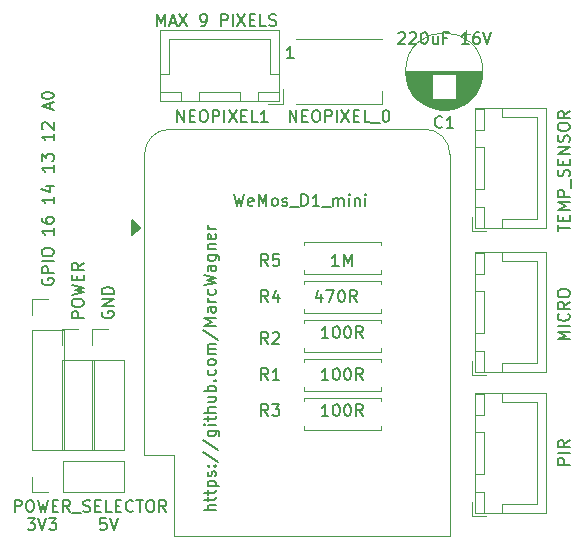
<source format=gto>
G04 #@! TF.GenerationSoftware,KiCad,Pcbnew,5.1.4-e60b266~84~ubuntu18.04.1*
G04 #@! TF.CreationDate,2019-09-03T20:05:05+02:00*
G04 #@! TF.ProjectId,multisensor,6d756c74-6973-4656-9e73-6f722e6b6963,rev?*
G04 #@! TF.SameCoordinates,Original*
G04 #@! TF.FileFunction,Legend,Top*
G04 #@! TF.FilePolarity,Positive*
%FSLAX46Y46*%
G04 Gerber Fmt 4.6, Leading zero omitted, Abs format (unit mm)*
G04 Created by KiCad (PCBNEW 5.1.4-e60b266~84~ubuntu18.04.1) date 2019-09-03 20:05:05*
%MOMM*%
%LPD*%
G04 APERTURE LIST*
%ADD10C,0.150000*%
%ADD11C,0.120000*%
G04 APERTURE END LIST*
D10*
X52888190Y-32456380D02*
X52888190Y-31456380D01*
X53221523Y-32170666D01*
X53554857Y-31456380D01*
X53554857Y-32456380D01*
X53983428Y-32170666D02*
X54459619Y-32170666D01*
X53888190Y-32456380D02*
X54221523Y-31456380D01*
X54554857Y-32456380D01*
X54792952Y-31456380D02*
X55459619Y-32456380D01*
X55459619Y-31456380D02*
X54792952Y-32456380D01*
X56650095Y-32456380D02*
X56840571Y-32456380D01*
X56935809Y-32408761D01*
X56983428Y-32361142D01*
X57078666Y-32218285D01*
X57126285Y-32027809D01*
X57126285Y-31646857D01*
X57078666Y-31551619D01*
X57031047Y-31504000D01*
X56935809Y-31456380D01*
X56745333Y-31456380D01*
X56650095Y-31504000D01*
X56602476Y-31551619D01*
X56554857Y-31646857D01*
X56554857Y-31884952D01*
X56602476Y-31980190D01*
X56650095Y-32027809D01*
X56745333Y-32075428D01*
X56935809Y-32075428D01*
X57031047Y-32027809D01*
X57078666Y-31980190D01*
X57126285Y-31884952D01*
X58316761Y-32456380D02*
X58316761Y-31456380D01*
X58697714Y-31456380D01*
X58792952Y-31504000D01*
X58840571Y-31551619D01*
X58888190Y-31646857D01*
X58888190Y-31789714D01*
X58840571Y-31884952D01*
X58792952Y-31932571D01*
X58697714Y-31980190D01*
X58316761Y-31980190D01*
X59316761Y-32456380D02*
X59316761Y-31456380D01*
X59697714Y-31456380D02*
X60364380Y-32456380D01*
X60364380Y-31456380D02*
X59697714Y-32456380D01*
X60745333Y-31932571D02*
X61078666Y-31932571D01*
X61221523Y-32456380D02*
X60745333Y-32456380D01*
X60745333Y-31456380D01*
X61221523Y-31456380D01*
X62126285Y-32456380D02*
X61650095Y-32456380D01*
X61650095Y-31456380D01*
X62412000Y-32408761D02*
X62554857Y-32456380D01*
X62792952Y-32456380D01*
X62888190Y-32408761D01*
X62935809Y-32361142D01*
X62983428Y-32265904D01*
X62983428Y-32170666D01*
X62935809Y-32075428D01*
X62888190Y-32027809D01*
X62792952Y-31980190D01*
X62602476Y-31932571D01*
X62507238Y-31884952D01*
X62459619Y-31837333D01*
X62412000Y-31742095D01*
X62412000Y-31646857D01*
X62459619Y-31551619D01*
X62507238Y-31504000D01*
X62602476Y-31456380D01*
X62840571Y-31456380D01*
X62983428Y-31504000D01*
X57856380Y-73468000D02*
X56856380Y-73468000D01*
X57856380Y-73039428D02*
X57332571Y-73039428D01*
X57237333Y-73087047D01*
X57189714Y-73182285D01*
X57189714Y-73325142D01*
X57237333Y-73420380D01*
X57284952Y-73468000D01*
X57189714Y-72706095D02*
X57189714Y-72325142D01*
X56856380Y-72563238D02*
X57713523Y-72563238D01*
X57808761Y-72515619D01*
X57856380Y-72420380D01*
X57856380Y-72325142D01*
X57189714Y-72134666D02*
X57189714Y-71753714D01*
X56856380Y-71991809D02*
X57713523Y-71991809D01*
X57808761Y-71944190D01*
X57856380Y-71848952D01*
X57856380Y-71753714D01*
X57189714Y-71420380D02*
X58189714Y-71420380D01*
X57237333Y-71420380D02*
X57189714Y-71325142D01*
X57189714Y-71134666D01*
X57237333Y-71039428D01*
X57284952Y-70991809D01*
X57380190Y-70944190D01*
X57665904Y-70944190D01*
X57761142Y-70991809D01*
X57808761Y-71039428D01*
X57856380Y-71134666D01*
X57856380Y-71325142D01*
X57808761Y-71420380D01*
X57808761Y-70563238D02*
X57856380Y-70468000D01*
X57856380Y-70277523D01*
X57808761Y-70182285D01*
X57713523Y-70134666D01*
X57665904Y-70134666D01*
X57570666Y-70182285D01*
X57523047Y-70277523D01*
X57523047Y-70420380D01*
X57475428Y-70515619D01*
X57380190Y-70563238D01*
X57332571Y-70563238D01*
X57237333Y-70515619D01*
X57189714Y-70420380D01*
X57189714Y-70277523D01*
X57237333Y-70182285D01*
X57761142Y-69706095D02*
X57808761Y-69658476D01*
X57856380Y-69706095D01*
X57808761Y-69753714D01*
X57761142Y-69706095D01*
X57856380Y-69706095D01*
X57237333Y-69706095D02*
X57284952Y-69658476D01*
X57332571Y-69706095D01*
X57284952Y-69753714D01*
X57237333Y-69706095D01*
X57332571Y-69706095D01*
X56808761Y-68515619D02*
X58094476Y-69372761D01*
X56808761Y-67468000D02*
X58094476Y-68325142D01*
X57189714Y-66706095D02*
X57999238Y-66706095D01*
X58094476Y-66753714D01*
X58142095Y-66801333D01*
X58189714Y-66896571D01*
X58189714Y-67039428D01*
X58142095Y-67134666D01*
X57808761Y-66706095D02*
X57856380Y-66801333D01*
X57856380Y-66991809D01*
X57808761Y-67087047D01*
X57761142Y-67134666D01*
X57665904Y-67182285D01*
X57380190Y-67182285D01*
X57284952Y-67134666D01*
X57237333Y-67087047D01*
X57189714Y-66991809D01*
X57189714Y-66801333D01*
X57237333Y-66706095D01*
X57856380Y-66229904D02*
X57189714Y-66229904D01*
X56856380Y-66229904D02*
X56904000Y-66277523D01*
X56951619Y-66229904D01*
X56904000Y-66182285D01*
X56856380Y-66229904D01*
X56951619Y-66229904D01*
X57189714Y-65896571D02*
X57189714Y-65515619D01*
X56856380Y-65753714D02*
X57713523Y-65753714D01*
X57808761Y-65706095D01*
X57856380Y-65610857D01*
X57856380Y-65515619D01*
X57856380Y-65182285D02*
X56856380Y-65182285D01*
X57856380Y-64753714D02*
X57332571Y-64753714D01*
X57237333Y-64801333D01*
X57189714Y-64896571D01*
X57189714Y-65039428D01*
X57237333Y-65134666D01*
X57284952Y-65182285D01*
X57189714Y-63848952D02*
X57856380Y-63848952D01*
X57189714Y-64277523D02*
X57713523Y-64277523D01*
X57808761Y-64229904D01*
X57856380Y-64134666D01*
X57856380Y-63991809D01*
X57808761Y-63896571D01*
X57761142Y-63848952D01*
X57856380Y-63372761D02*
X56856380Y-63372761D01*
X57237333Y-63372761D02*
X57189714Y-63277523D01*
X57189714Y-63087047D01*
X57237333Y-62991809D01*
X57284952Y-62944190D01*
X57380190Y-62896571D01*
X57665904Y-62896571D01*
X57761142Y-62944190D01*
X57808761Y-62991809D01*
X57856380Y-63087047D01*
X57856380Y-63277523D01*
X57808761Y-63372761D01*
X57761142Y-62468000D02*
X57808761Y-62420380D01*
X57856380Y-62468000D01*
X57808761Y-62515619D01*
X57761142Y-62468000D01*
X57856380Y-62468000D01*
X57808761Y-61563238D02*
X57856380Y-61658476D01*
X57856380Y-61848952D01*
X57808761Y-61944190D01*
X57761142Y-61991809D01*
X57665904Y-62039428D01*
X57380190Y-62039428D01*
X57284952Y-61991809D01*
X57237333Y-61944190D01*
X57189714Y-61848952D01*
X57189714Y-61658476D01*
X57237333Y-61563238D01*
X57856380Y-60991809D02*
X57808761Y-61087047D01*
X57761142Y-61134666D01*
X57665904Y-61182285D01*
X57380190Y-61182285D01*
X57284952Y-61134666D01*
X57237333Y-61087047D01*
X57189714Y-60991809D01*
X57189714Y-60848952D01*
X57237333Y-60753714D01*
X57284952Y-60706095D01*
X57380190Y-60658476D01*
X57665904Y-60658476D01*
X57761142Y-60706095D01*
X57808761Y-60753714D01*
X57856380Y-60848952D01*
X57856380Y-60991809D01*
X57856380Y-60229904D02*
X57189714Y-60229904D01*
X57284952Y-60229904D02*
X57237333Y-60182285D01*
X57189714Y-60087047D01*
X57189714Y-59944190D01*
X57237333Y-59848952D01*
X57332571Y-59801333D01*
X57856380Y-59801333D01*
X57332571Y-59801333D02*
X57237333Y-59753714D01*
X57189714Y-59658476D01*
X57189714Y-59515619D01*
X57237333Y-59420380D01*
X57332571Y-59372761D01*
X57856380Y-59372761D01*
X56808761Y-58182285D02*
X58094476Y-59039428D01*
X57856380Y-57848952D02*
X56856380Y-57848952D01*
X57570666Y-57515619D01*
X56856380Y-57182285D01*
X57856380Y-57182285D01*
X57856380Y-56277523D02*
X57332571Y-56277523D01*
X57237333Y-56325142D01*
X57189714Y-56420380D01*
X57189714Y-56610857D01*
X57237333Y-56706095D01*
X57808761Y-56277523D02*
X57856380Y-56372761D01*
X57856380Y-56610857D01*
X57808761Y-56706095D01*
X57713523Y-56753714D01*
X57618285Y-56753714D01*
X57523047Y-56706095D01*
X57475428Y-56610857D01*
X57475428Y-56372761D01*
X57427809Y-56277523D01*
X57856380Y-55801333D02*
X57189714Y-55801333D01*
X57380190Y-55801333D02*
X57284952Y-55753714D01*
X57237333Y-55706095D01*
X57189714Y-55610857D01*
X57189714Y-55515619D01*
X57808761Y-54753714D02*
X57856380Y-54848952D01*
X57856380Y-55039428D01*
X57808761Y-55134666D01*
X57761142Y-55182285D01*
X57665904Y-55229904D01*
X57380190Y-55229904D01*
X57284952Y-55182285D01*
X57237333Y-55134666D01*
X57189714Y-55039428D01*
X57189714Y-54848952D01*
X57237333Y-54753714D01*
X56856380Y-54420380D02*
X57856380Y-54182285D01*
X57142095Y-53991809D01*
X57856380Y-53801333D01*
X56856380Y-53563238D01*
X57856380Y-52753714D02*
X57332571Y-52753714D01*
X57237333Y-52801333D01*
X57189714Y-52896571D01*
X57189714Y-53087047D01*
X57237333Y-53182285D01*
X57808761Y-52753714D02*
X57856380Y-52848952D01*
X57856380Y-53087047D01*
X57808761Y-53182285D01*
X57713523Y-53229904D01*
X57618285Y-53229904D01*
X57523047Y-53182285D01*
X57475428Y-53087047D01*
X57475428Y-52848952D01*
X57427809Y-52753714D01*
X57189714Y-51848952D02*
X57999238Y-51848952D01*
X58094476Y-51896571D01*
X58142095Y-51944190D01*
X58189714Y-52039428D01*
X58189714Y-52182285D01*
X58142095Y-52277523D01*
X57808761Y-51848952D02*
X57856380Y-51944190D01*
X57856380Y-52134666D01*
X57808761Y-52229904D01*
X57761142Y-52277523D01*
X57665904Y-52325142D01*
X57380190Y-52325142D01*
X57284952Y-52277523D01*
X57237333Y-52229904D01*
X57189714Y-52134666D01*
X57189714Y-51944190D01*
X57237333Y-51848952D01*
X57189714Y-51372761D02*
X57856380Y-51372761D01*
X57284952Y-51372761D02*
X57237333Y-51325142D01*
X57189714Y-51229904D01*
X57189714Y-51087047D01*
X57237333Y-50991809D01*
X57332571Y-50944190D01*
X57856380Y-50944190D01*
X57808761Y-50087047D02*
X57856380Y-50182285D01*
X57856380Y-50372761D01*
X57808761Y-50468000D01*
X57713523Y-50515619D01*
X57332571Y-50515619D01*
X57237333Y-50468000D01*
X57189714Y-50372761D01*
X57189714Y-50182285D01*
X57237333Y-50087047D01*
X57332571Y-50039428D01*
X57427809Y-50039428D01*
X57523047Y-50515619D01*
X57856380Y-49610857D02*
X57189714Y-49610857D01*
X57380190Y-49610857D02*
X57284952Y-49563238D01*
X57237333Y-49515619D01*
X57189714Y-49420380D01*
X57189714Y-49325142D01*
X86828380Y-49846857D02*
X86828380Y-49275428D01*
X87828380Y-49561142D02*
X86828380Y-49561142D01*
X87304571Y-48942095D02*
X87304571Y-48608761D01*
X87828380Y-48465904D02*
X87828380Y-48942095D01*
X86828380Y-48942095D01*
X86828380Y-48465904D01*
X87828380Y-48037333D02*
X86828380Y-48037333D01*
X87542666Y-47704000D01*
X86828380Y-47370666D01*
X87828380Y-47370666D01*
X87828380Y-46894476D02*
X86828380Y-46894476D01*
X86828380Y-46513523D01*
X86876000Y-46418285D01*
X86923619Y-46370666D01*
X87018857Y-46323047D01*
X87161714Y-46323047D01*
X87256952Y-46370666D01*
X87304571Y-46418285D01*
X87352190Y-46513523D01*
X87352190Y-46894476D01*
X87923619Y-46132571D02*
X87923619Y-45370666D01*
X87780761Y-45180190D02*
X87828380Y-45037333D01*
X87828380Y-44799238D01*
X87780761Y-44704000D01*
X87733142Y-44656380D01*
X87637904Y-44608761D01*
X87542666Y-44608761D01*
X87447428Y-44656380D01*
X87399809Y-44704000D01*
X87352190Y-44799238D01*
X87304571Y-44989714D01*
X87256952Y-45084952D01*
X87209333Y-45132571D01*
X87114095Y-45180190D01*
X87018857Y-45180190D01*
X86923619Y-45132571D01*
X86876000Y-45084952D01*
X86828380Y-44989714D01*
X86828380Y-44751619D01*
X86876000Y-44608761D01*
X87304571Y-44180190D02*
X87304571Y-43846857D01*
X87828380Y-43704000D02*
X87828380Y-44180190D01*
X86828380Y-44180190D01*
X86828380Y-43704000D01*
X87828380Y-43275428D02*
X86828380Y-43275428D01*
X87828380Y-42704000D01*
X86828380Y-42704000D01*
X87780761Y-42275428D02*
X87828380Y-42132571D01*
X87828380Y-41894476D01*
X87780761Y-41799238D01*
X87733142Y-41751619D01*
X87637904Y-41704000D01*
X87542666Y-41704000D01*
X87447428Y-41751619D01*
X87399809Y-41799238D01*
X87352190Y-41894476D01*
X87304571Y-42084952D01*
X87256952Y-42180190D01*
X87209333Y-42227809D01*
X87114095Y-42275428D01*
X87018857Y-42275428D01*
X86923619Y-42227809D01*
X86876000Y-42180190D01*
X86828380Y-42084952D01*
X86828380Y-41846857D01*
X86876000Y-41704000D01*
X86828380Y-41084952D02*
X86828380Y-40894476D01*
X86876000Y-40799238D01*
X86971238Y-40704000D01*
X87161714Y-40656380D01*
X87495047Y-40656380D01*
X87685523Y-40704000D01*
X87780761Y-40799238D01*
X87828380Y-40894476D01*
X87828380Y-41084952D01*
X87780761Y-41180190D01*
X87685523Y-41275428D01*
X87495047Y-41323047D01*
X87161714Y-41323047D01*
X86971238Y-41275428D01*
X86876000Y-41180190D01*
X86828380Y-41084952D01*
X87828380Y-39656380D02*
X87352190Y-39989714D01*
X87828380Y-40227809D02*
X86828380Y-40227809D01*
X86828380Y-39846857D01*
X86876000Y-39751619D01*
X86923619Y-39704000D01*
X87018857Y-39656380D01*
X87161714Y-39656380D01*
X87256952Y-39704000D01*
X87304571Y-39751619D01*
X87352190Y-39846857D01*
X87352190Y-40227809D01*
X87828380Y-58991238D02*
X86828380Y-58991238D01*
X87542666Y-58657904D01*
X86828380Y-58324571D01*
X87828380Y-58324571D01*
X87828380Y-57848380D02*
X86828380Y-57848380D01*
X87733142Y-56800761D02*
X87780761Y-56848380D01*
X87828380Y-56991238D01*
X87828380Y-57086476D01*
X87780761Y-57229333D01*
X87685523Y-57324571D01*
X87590285Y-57372190D01*
X87399809Y-57419809D01*
X87256952Y-57419809D01*
X87066476Y-57372190D01*
X86971238Y-57324571D01*
X86876000Y-57229333D01*
X86828380Y-57086476D01*
X86828380Y-56991238D01*
X86876000Y-56848380D01*
X86923619Y-56800761D01*
X87828380Y-55800761D02*
X87352190Y-56134095D01*
X87828380Y-56372190D02*
X86828380Y-56372190D01*
X86828380Y-55991238D01*
X86876000Y-55896000D01*
X86923619Y-55848380D01*
X87018857Y-55800761D01*
X87161714Y-55800761D01*
X87256952Y-55848380D01*
X87304571Y-55896000D01*
X87352190Y-55991238D01*
X87352190Y-56372190D01*
X86828380Y-55181714D02*
X86828380Y-54991238D01*
X86876000Y-54896000D01*
X86971238Y-54800761D01*
X87161714Y-54753142D01*
X87495047Y-54753142D01*
X87685523Y-54800761D01*
X87780761Y-54896000D01*
X87828380Y-54991238D01*
X87828380Y-55181714D01*
X87780761Y-55276952D01*
X87685523Y-55372190D01*
X87495047Y-55419809D01*
X87161714Y-55419809D01*
X86971238Y-55372190D01*
X86876000Y-55276952D01*
X86828380Y-55181714D01*
X87828380Y-69580000D02*
X86828380Y-69580000D01*
X86828380Y-69199047D01*
X86876000Y-69103809D01*
X86923619Y-69056190D01*
X87018857Y-69008571D01*
X87161714Y-69008571D01*
X87256952Y-69056190D01*
X87304571Y-69103809D01*
X87352190Y-69199047D01*
X87352190Y-69580000D01*
X87828380Y-68580000D02*
X86828380Y-68580000D01*
X87828380Y-67532380D02*
X87352190Y-67865714D01*
X87828380Y-68103809D02*
X86828380Y-68103809D01*
X86828380Y-67722857D01*
X86876000Y-67627619D01*
X86923619Y-67580000D01*
X87018857Y-67532380D01*
X87161714Y-67532380D01*
X87256952Y-67580000D01*
X87304571Y-67627619D01*
X87352190Y-67722857D01*
X87352190Y-68103809D01*
X43188000Y-53847047D02*
X43140380Y-53942285D01*
X43140380Y-54085142D01*
X43188000Y-54228000D01*
X43283238Y-54323238D01*
X43378476Y-54370857D01*
X43568952Y-54418476D01*
X43711809Y-54418476D01*
X43902285Y-54370857D01*
X43997523Y-54323238D01*
X44092761Y-54228000D01*
X44140380Y-54085142D01*
X44140380Y-53989904D01*
X44092761Y-53847047D01*
X44045142Y-53799428D01*
X43711809Y-53799428D01*
X43711809Y-53989904D01*
X44140380Y-53370857D02*
X43140380Y-53370857D01*
X43140380Y-52989904D01*
X43188000Y-52894666D01*
X43235619Y-52847047D01*
X43330857Y-52799428D01*
X43473714Y-52799428D01*
X43568952Y-52847047D01*
X43616571Y-52894666D01*
X43664190Y-52989904D01*
X43664190Y-53370857D01*
X44140380Y-52370857D02*
X43140380Y-52370857D01*
X43140380Y-51704190D02*
X43140380Y-51513714D01*
X43188000Y-51418476D01*
X43283238Y-51323238D01*
X43473714Y-51275619D01*
X43807047Y-51275619D01*
X43997523Y-51323238D01*
X44092761Y-51418476D01*
X44140380Y-51513714D01*
X44140380Y-51704190D01*
X44092761Y-51799428D01*
X43997523Y-51894666D01*
X43807047Y-51942285D01*
X43473714Y-51942285D01*
X43283238Y-51894666D01*
X43188000Y-51799428D01*
X43140380Y-51704190D01*
X44140380Y-49561333D02*
X44140380Y-50132761D01*
X44140380Y-49847047D02*
X43140380Y-49847047D01*
X43283238Y-49942285D01*
X43378476Y-50037523D01*
X43426095Y-50132761D01*
X43140380Y-48704190D02*
X43140380Y-48894666D01*
X43188000Y-48989904D01*
X43235619Y-49037523D01*
X43378476Y-49132761D01*
X43568952Y-49180380D01*
X43949904Y-49180380D01*
X44045142Y-49132761D01*
X44092761Y-49085142D01*
X44140380Y-48989904D01*
X44140380Y-48799428D01*
X44092761Y-48704190D01*
X44045142Y-48656571D01*
X43949904Y-48608952D01*
X43711809Y-48608952D01*
X43616571Y-48656571D01*
X43568952Y-48704190D01*
X43521333Y-48799428D01*
X43521333Y-48989904D01*
X43568952Y-49085142D01*
X43616571Y-49132761D01*
X43711809Y-49180380D01*
X44140380Y-46894666D02*
X44140380Y-47466095D01*
X44140380Y-47180380D02*
X43140380Y-47180380D01*
X43283238Y-47275619D01*
X43378476Y-47370857D01*
X43426095Y-47466095D01*
X43473714Y-46037523D02*
X44140380Y-46037523D01*
X43092761Y-46275619D02*
X43807047Y-46513714D01*
X43807047Y-45894666D01*
X44140380Y-44228000D02*
X44140380Y-44799428D01*
X44140380Y-44513714D02*
X43140380Y-44513714D01*
X43283238Y-44608952D01*
X43378476Y-44704190D01*
X43426095Y-44799428D01*
X43140380Y-43894666D02*
X43140380Y-43275619D01*
X43521333Y-43608952D01*
X43521333Y-43466095D01*
X43568952Y-43370857D01*
X43616571Y-43323238D01*
X43711809Y-43275619D01*
X43949904Y-43275619D01*
X44045142Y-43323238D01*
X44092761Y-43370857D01*
X44140380Y-43466095D01*
X44140380Y-43751809D01*
X44092761Y-43847047D01*
X44045142Y-43894666D01*
X44140380Y-41561333D02*
X44140380Y-42132761D01*
X44140380Y-41847047D02*
X43140380Y-41847047D01*
X43283238Y-41942285D01*
X43378476Y-42037523D01*
X43426095Y-42132761D01*
X43235619Y-41180380D02*
X43188000Y-41132761D01*
X43140380Y-41037523D01*
X43140380Y-40799428D01*
X43188000Y-40704190D01*
X43235619Y-40656571D01*
X43330857Y-40608952D01*
X43426095Y-40608952D01*
X43568952Y-40656571D01*
X44140380Y-41228000D01*
X44140380Y-40608952D01*
X43854666Y-39466095D02*
X43854666Y-38989904D01*
X44140380Y-39561333D02*
X43140380Y-39228000D01*
X44140380Y-38894666D01*
X43140380Y-38370857D02*
X43140380Y-38275619D01*
X43188000Y-38180380D01*
X43235619Y-38132761D01*
X43330857Y-38085142D01*
X43521333Y-38037523D01*
X43759428Y-38037523D01*
X43949904Y-38085142D01*
X44045142Y-38132761D01*
X44092761Y-38180380D01*
X44140380Y-38275619D01*
X44140380Y-38370857D01*
X44092761Y-38466095D01*
X44045142Y-38513714D01*
X43949904Y-38561333D01*
X43759428Y-38608952D01*
X43521333Y-38608952D01*
X43330857Y-38561333D01*
X43235619Y-38513714D01*
X43188000Y-38466095D01*
X43140380Y-38370857D01*
X48268000Y-56641904D02*
X48220380Y-56737142D01*
X48220380Y-56880000D01*
X48268000Y-57022857D01*
X48363238Y-57118095D01*
X48458476Y-57165714D01*
X48648952Y-57213333D01*
X48791809Y-57213333D01*
X48982285Y-57165714D01*
X49077523Y-57118095D01*
X49172761Y-57022857D01*
X49220380Y-56880000D01*
X49220380Y-56784761D01*
X49172761Y-56641904D01*
X49125142Y-56594285D01*
X48791809Y-56594285D01*
X48791809Y-56784761D01*
X49220380Y-56165714D02*
X48220380Y-56165714D01*
X49220380Y-55594285D01*
X48220380Y-55594285D01*
X49220380Y-55118095D02*
X48220380Y-55118095D01*
X48220380Y-54880000D01*
X48268000Y-54737142D01*
X48363238Y-54641904D01*
X48458476Y-54594285D01*
X48648952Y-54546666D01*
X48791809Y-54546666D01*
X48982285Y-54594285D01*
X49077523Y-54641904D01*
X49172761Y-54737142D01*
X49220380Y-54880000D01*
X49220380Y-55118095D01*
X46680380Y-57173523D02*
X45680380Y-57173523D01*
X45680380Y-56792571D01*
X45728000Y-56697333D01*
X45775619Y-56649714D01*
X45870857Y-56602095D01*
X46013714Y-56602095D01*
X46108952Y-56649714D01*
X46156571Y-56697333D01*
X46204190Y-56792571D01*
X46204190Y-57173523D01*
X45680380Y-55983047D02*
X45680380Y-55792571D01*
X45728000Y-55697333D01*
X45823238Y-55602095D01*
X46013714Y-55554476D01*
X46347047Y-55554476D01*
X46537523Y-55602095D01*
X46632761Y-55697333D01*
X46680380Y-55792571D01*
X46680380Y-55983047D01*
X46632761Y-56078285D01*
X46537523Y-56173523D01*
X46347047Y-56221142D01*
X46013714Y-56221142D01*
X45823238Y-56173523D01*
X45728000Y-56078285D01*
X45680380Y-55983047D01*
X45680380Y-55221142D02*
X46680380Y-54983047D01*
X45966095Y-54792571D01*
X46680380Y-54602095D01*
X45680380Y-54364000D01*
X46156571Y-53983047D02*
X46156571Y-53649714D01*
X46680380Y-53506857D02*
X46680380Y-53983047D01*
X45680380Y-53983047D01*
X45680380Y-53506857D01*
X46680380Y-52506857D02*
X46204190Y-52840190D01*
X46680380Y-53078285D02*
X45680380Y-53078285D01*
X45680380Y-52697333D01*
X45728000Y-52602095D01*
X45775619Y-52554476D01*
X45870857Y-52506857D01*
X46013714Y-52506857D01*
X46108952Y-52554476D01*
X46156571Y-52602095D01*
X46204190Y-52697333D01*
X46204190Y-53078285D01*
X48577523Y-74128380D02*
X48101333Y-74128380D01*
X48053714Y-74604571D01*
X48101333Y-74556952D01*
X48196571Y-74509333D01*
X48434666Y-74509333D01*
X48529904Y-74556952D01*
X48577523Y-74604571D01*
X48625142Y-74699809D01*
X48625142Y-74937904D01*
X48577523Y-75033142D01*
X48529904Y-75080761D01*
X48434666Y-75128380D01*
X48196571Y-75128380D01*
X48101333Y-75080761D01*
X48053714Y-75033142D01*
X48910857Y-74128380D02*
X49244190Y-75128380D01*
X49577523Y-74128380D01*
X41941904Y-74128380D02*
X42560952Y-74128380D01*
X42227619Y-74509333D01*
X42370476Y-74509333D01*
X42465714Y-74556952D01*
X42513333Y-74604571D01*
X42560952Y-74699809D01*
X42560952Y-74937904D01*
X42513333Y-75033142D01*
X42465714Y-75080761D01*
X42370476Y-75128380D01*
X42084761Y-75128380D01*
X41989523Y-75080761D01*
X41941904Y-75033142D01*
X42846666Y-74128380D02*
X43180000Y-75128380D01*
X43513333Y-74128380D01*
X43751428Y-74128380D02*
X44370476Y-74128380D01*
X44037142Y-74509333D01*
X44180000Y-74509333D01*
X44275238Y-74556952D01*
X44322857Y-74604571D01*
X44370476Y-74699809D01*
X44370476Y-74937904D01*
X44322857Y-75033142D01*
X44275238Y-75080761D01*
X44180000Y-75128380D01*
X43894285Y-75128380D01*
X43799047Y-75080761D01*
X43751428Y-75033142D01*
D11*
X80486000Y-36302000D02*
G75*
G03X80486000Y-36302000I-3270000J0D01*
G01*
X80446000Y-36302000D02*
X73986000Y-36302000D01*
X80446000Y-36342000D02*
X73986000Y-36342000D01*
X80446000Y-36382000D02*
X73986000Y-36382000D01*
X80444000Y-36422000D02*
X73988000Y-36422000D01*
X80443000Y-36462000D02*
X73989000Y-36462000D01*
X80440000Y-36502000D02*
X73992000Y-36502000D01*
X80438000Y-36542000D02*
X78256000Y-36542000D01*
X76176000Y-36542000D02*
X73994000Y-36542000D01*
X80434000Y-36582000D02*
X78256000Y-36582000D01*
X76176000Y-36582000D02*
X73998000Y-36582000D01*
X80431000Y-36622000D02*
X78256000Y-36622000D01*
X76176000Y-36622000D02*
X74001000Y-36622000D01*
X80427000Y-36662000D02*
X78256000Y-36662000D01*
X76176000Y-36662000D02*
X74005000Y-36662000D01*
X80422000Y-36702000D02*
X78256000Y-36702000D01*
X76176000Y-36702000D02*
X74010000Y-36702000D01*
X80417000Y-36742000D02*
X78256000Y-36742000D01*
X76176000Y-36742000D02*
X74015000Y-36742000D01*
X80411000Y-36782000D02*
X78256000Y-36782000D01*
X76176000Y-36782000D02*
X74021000Y-36782000D01*
X80405000Y-36822000D02*
X78256000Y-36822000D01*
X76176000Y-36822000D02*
X74027000Y-36822000D01*
X80398000Y-36862000D02*
X78256000Y-36862000D01*
X76176000Y-36862000D02*
X74034000Y-36862000D01*
X80391000Y-36902000D02*
X78256000Y-36902000D01*
X76176000Y-36902000D02*
X74041000Y-36902000D01*
X80383000Y-36942000D02*
X78256000Y-36942000D01*
X76176000Y-36942000D02*
X74049000Y-36942000D01*
X80375000Y-36982000D02*
X78256000Y-36982000D01*
X76176000Y-36982000D02*
X74057000Y-36982000D01*
X80366000Y-37023000D02*
X78256000Y-37023000D01*
X76176000Y-37023000D02*
X74066000Y-37023000D01*
X80357000Y-37063000D02*
X78256000Y-37063000D01*
X76176000Y-37063000D02*
X74075000Y-37063000D01*
X80347000Y-37103000D02*
X78256000Y-37103000D01*
X76176000Y-37103000D02*
X74085000Y-37103000D01*
X80337000Y-37143000D02*
X78256000Y-37143000D01*
X76176000Y-37143000D02*
X74095000Y-37143000D01*
X80326000Y-37183000D02*
X78256000Y-37183000D01*
X76176000Y-37183000D02*
X74106000Y-37183000D01*
X80314000Y-37223000D02*
X78256000Y-37223000D01*
X76176000Y-37223000D02*
X74118000Y-37223000D01*
X80302000Y-37263000D02*
X78256000Y-37263000D01*
X76176000Y-37263000D02*
X74130000Y-37263000D01*
X80290000Y-37303000D02*
X78256000Y-37303000D01*
X76176000Y-37303000D02*
X74142000Y-37303000D01*
X80277000Y-37343000D02*
X78256000Y-37343000D01*
X76176000Y-37343000D02*
X74155000Y-37343000D01*
X80263000Y-37383000D02*
X78256000Y-37383000D01*
X76176000Y-37383000D02*
X74169000Y-37383000D01*
X80249000Y-37423000D02*
X78256000Y-37423000D01*
X76176000Y-37423000D02*
X74183000Y-37423000D01*
X80234000Y-37463000D02*
X78256000Y-37463000D01*
X76176000Y-37463000D02*
X74198000Y-37463000D01*
X80218000Y-37503000D02*
X78256000Y-37503000D01*
X76176000Y-37503000D02*
X74214000Y-37503000D01*
X80202000Y-37543000D02*
X78256000Y-37543000D01*
X76176000Y-37543000D02*
X74230000Y-37543000D01*
X80186000Y-37583000D02*
X78256000Y-37583000D01*
X76176000Y-37583000D02*
X74246000Y-37583000D01*
X80168000Y-37623000D02*
X78256000Y-37623000D01*
X76176000Y-37623000D02*
X74264000Y-37623000D01*
X80150000Y-37663000D02*
X78256000Y-37663000D01*
X76176000Y-37663000D02*
X74282000Y-37663000D01*
X80132000Y-37703000D02*
X78256000Y-37703000D01*
X76176000Y-37703000D02*
X74300000Y-37703000D01*
X80112000Y-37743000D02*
X78256000Y-37743000D01*
X76176000Y-37743000D02*
X74320000Y-37743000D01*
X80092000Y-37783000D02*
X78256000Y-37783000D01*
X76176000Y-37783000D02*
X74340000Y-37783000D01*
X80072000Y-37823000D02*
X78256000Y-37823000D01*
X76176000Y-37823000D02*
X74360000Y-37823000D01*
X80050000Y-37863000D02*
X78256000Y-37863000D01*
X76176000Y-37863000D02*
X74382000Y-37863000D01*
X80028000Y-37903000D02*
X78256000Y-37903000D01*
X76176000Y-37903000D02*
X74404000Y-37903000D01*
X80006000Y-37943000D02*
X78256000Y-37943000D01*
X76176000Y-37943000D02*
X74426000Y-37943000D01*
X79982000Y-37983000D02*
X78256000Y-37983000D01*
X76176000Y-37983000D02*
X74450000Y-37983000D01*
X79958000Y-38023000D02*
X78256000Y-38023000D01*
X76176000Y-38023000D02*
X74474000Y-38023000D01*
X79932000Y-38063000D02*
X78256000Y-38063000D01*
X76176000Y-38063000D02*
X74500000Y-38063000D01*
X79906000Y-38103000D02*
X78256000Y-38103000D01*
X76176000Y-38103000D02*
X74526000Y-38103000D01*
X79880000Y-38143000D02*
X78256000Y-38143000D01*
X76176000Y-38143000D02*
X74552000Y-38143000D01*
X79852000Y-38183000D02*
X78256000Y-38183000D01*
X76176000Y-38183000D02*
X74580000Y-38183000D01*
X79823000Y-38223000D02*
X78256000Y-38223000D01*
X76176000Y-38223000D02*
X74609000Y-38223000D01*
X79794000Y-38263000D02*
X78256000Y-38263000D01*
X76176000Y-38263000D02*
X74638000Y-38263000D01*
X79764000Y-38303000D02*
X78256000Y-38303000D01*
X76176000Y-38303000D02*
X74668000Y-38303000D01*
X79732000Y-38343000D02*
X78256000Y-38343000D01*
X76176000Y-38343000D02*
X74700000Y-38343000D01*
X79700000Y-38383000D02*
X78256000Y-38383000D01*
X76176000Y-38383000D02*
X74732000Y-38383000D01*
X79666000Y-38423000D02*
X78256000Y-38423000D01*
X76176000Y-38423000D02*
X74766000Y-38423000D01*
X79632000Y-38463000D02*
X78256000Y-38463000D01*
X76176000Y-38463000D02*
X74800000Y-38463000D01*
X79596000Y-38503000D02*
X78256000Y-38503000D01*
X76176000Y-38503000D02*
X74836000Y-38503000D01*
X79559000Y-38543000D02*
X78256000Y-38543000D01*
X76176000Y-38543000D02*
X74873000Y-38543000D01*
X79521000Y-38583000D02*
X78256000Y-38583000D01*
X76176000Y-38583000D02*
X74911000Y-38583000D01*
X79481000Y-38623000D02*
X74951000Y-38623000D01*
X79440000Y-38663000D02*
X74992000Y-38663000D01*
X79398000Y-38703000D02*
X75034000Y-38703000D01*
X79353000Y-38743000D02*
X75079000Y-38743000D01*
X79308000Y-38783000D02*
X75124000Y-38783000D01*
X79260000Y-38823000D02*
X75172000Y-38823000D01*
X79211000Y-38863000D02*
X75221000Y-38863000D01*
X79160000Y-38903000D02*
X75272000Y-38903000D01*
X79106000Y-38943000D02*
X75326000Y-38943000D01*
X79050000Y-38983000D02*
X75382000Y-38983000D01*
X78992000Y-39023000D02*
X75440000Y-39023000D01*
X78930000Y-39063000D02*
X75502000Y-39063000D01*
X78866000Y-39103000D02*
X75566000Y-39103000D01*
X78797000Y-39143000D02*
X75635000Y-39143000D01*
X78725000Y-39183000D02*
X75707000Y-39183000D01*
X78648000Y-39223000D02*
X75784000Y-39223000D01*
X78566000Y-39263000D02*
X75866000Y-39263000D01*
X78478000Y-39303000D02*
X75954000Y-39303000D01*
X78381000Y-39343000D02*
X76051000Y-39343000D01*
X78275000Y-39383000D02*
X76157000Y-39383000D01*
X78156000Y-39423000D02*
X76276000Y-39423000D01*
X78018000Y-39463000D02*
X76414000Y-39463000D01*
X77849000Y-39503000D02*
X76583000Y-39503000D01*
X77618000Y-39543000D02*
X76814000Y-39543000D01*
X79055000Y-32801759D02*
X79055000Y-33431759D01*
X79370000Y-33116759D02*
X78740000Y-33116759D01*
X63556000Y-39072000D02*
X63556000Y-37822000D01*
X62306000Y-39072000D02*
X63556000Y-39072000D01*
X53906000Y-33572000D02*
X58206000Y-33572000D01*
X53906000Y-36522000D02*
X53906000Y-33572000D01*
X53156000Y-36522000D02*
X53906000Y-36522000D01*
X62506000Y-33572000D02*
X58206000Y-33572000D01*
X62506000Y-36522000D02*
X62506000Y-33572000D01*
X63256000Y-36522000D02*
X62506000Y-36522000D01*
X53156000Y-38772000D02*
X54956000Y-38772000D01*
X53156000Y-38022000D02*
X53156000Y-38772000D01*
X54956000Y-38022000D02*
X53156000Y-38022000D01*
X54956000Y-38772000D02*
X54956000Y-38022000D01*
X61456000Y-38772000D02*
X63256000Y-38772000D01*
X61456000Y-38022000D02*
X61456000Y-38772000D01*
X63256000Y-38022000D02*
X61456000Y-38022000D01*
X63256000Y-38772000D02*
X63256000Y-38022000D01*
X56456000Y-38772000D02*
X59956000Y-38772000D01*
X56456000Y-38022000D02*
X56456000Y-38772000D01*
X59956000Y-38022000D02*
X56456000Y-38022000D01*
X59956000Y-38772000D02*
X59956000Y-38022000D01*
X53146000Y-38782000D02*
X63266000Y-38782000D01*
X53146000Y-32812000D02*
X53146000Y-38782000D01*
X63266000Y-32812000D02*
X53146000Y-32812000D01*
X63266000Y-38782000D02*
X63266000Y-32812000D01*
X64676000Y-33572000D02*
X71976000Y-33572000D01*
X64676000Y-39072000D02*
X71976000Y-39072000D01*
X71976000Y-39072000D02*
X71976000Y-37922000D01*
X79546000Y-62032000D02*
X80796000Y-62032000D01*
X79546000Y-60782000D02*
X79546000Y-62032000D01*
X85046000Y-52382000D02*
X85046000Y-56682000D01*
X82096000Y-52382000D02*
X85046000Y-52382000D01*
X82096000Y-51632000D02*
X82096000Y-52382000D01*
X85046000Y-60982000D02*
X85046000Y-56682000D01*
X82096000Y-60982000D02*
X85046000Y-60982000D01*
X82096000Y-61732000D02*
X82096000Y-60982000D01*
X79846000Y-51632000D02*
X79846000Y-53432000D01*
X80596000Y-51632000D02*
X79846000Y-51632000D01*
X80596000Y-53432000D02*
X80596000Y-51632000D01*
X79846000Y-53432000D02*
X80596000Y-53432000D01*
X79846000Y-59932000D02*
X79846000Y-61732000D01*
X80596000Y-59932000D02*
X79846000Y-59932000D01*
X80596000Y-61732000D02*
X80596000Y-59932000D01*
X79846000Y-61732000D02*
X80596000Y-61732000D01*
X79846000Y-54932000D02*
X79846000Y-58432000D01*
X80596000Y-54932000D02*
X79846000Y-54932000D01*
X80596000Y-58432000D02*
X80596000Y-54932000D01*
X79846000Y-58432000D02*
X80596000Y-58432000D01*
X79836000Y-51622000D02*
X79836000Y-61742000D01*
X85806000Y-51622000D02*
X79836000Y-51622000D01*
X85806000Y-61742000D02*
X85806000Y-51622000D01*
X79836000Y-61742000D02*
X85806000Y-61742000D01*
X44898000Y-68386000D02*
X47558000Y-68386000D01*
X44898000Y-60706000D02*
X44898000Y-68386000D01*
X47558000Y-60706000D02*
X47558000Y-68386000D01*
X44898000Y-60706000D02*
X47558000Y-60706000D01*
X44898000Y-59436000D02*
X44898000Y-58106000D01*
X44898000Y-58106000D02*
X46228000Y-58106000D01*
X50098000Y-71942000D02*
X50098000Y-69282000D01*
X44958000Y-71942000D02*
X50098000Y-71942000D01*
X44958000Y-69282000D02*
X50098000Y-69282000D01*
X44958000Y-71942000D02*
X44958000Y-69282000D01*
X43688000Y-71942000D02*
X42358000Y-71942000D01*
X42358000Y-71942000D02*
X42358000Y-70612000D01*
X47438000Y-58106000D02*
X48768000Y-58106000D01*
X47438000Y-59436000D02*
X47438000Y-58106000D01*
X47438000Y-60706000D02*
X50098000Y-60706000D01*
X50098000Y-60706000D02*
X50098000Y-68386000D01*
X47438000Y-60706000D02*
X47438000Y-68386000D01*
X47438000Y-68386000D02*
X50098000Y-68386000D01*
X79836000Y-73680000D02*
X85806000Y-73680000D01*
X85806000Y-73680000D02*
X85806000Y-63560000D01*
X85806000Y-63560000D02*
X79836000Y-63560000D01*
X79836000Y-63560000D02*
X79836000Y-73680000D01*
X79846000Y-70370000D02*
X80596000Y-70370000D01*
X80596000Y-70370000D02*
X80596000Y-66870000D01*
X80596000Y-66870000D02*
X79846000Y-66870000D01*
X79846000Y-66870000D02*
X79846000Y-70370000D01*
X79846000Y-73670000D02*
X80596000Y-73670000D01*
X80596000Y-73670000D02*
X80596000Y-71870000D01*
X80596000Y-71870000D02*
X79846000Y-71870000D01*
X79846000Y-71870000D02*
X79846000Y-73670000D01*
X79846000Y-65370000D02*
X80596000Y-65370000D01*
X80596000Y-65370000D02*
X80596000Y-63570000D01*
X80596000Y-63570000D02*
X79846000Y-63570000D01*
X79846000Y-63570000D02*
X79846000Y-65370000D01*
X82096000Y-73670000D02*
X82096000Y-72920000D01*
X82096000Y-72920000D02*
X85046000Y-72920000D01*
X85046000Y-72920000D02*
X85046000Y-68620000D01*
X82096000Y-63570000D02*
X82096000Y-64320000D01*
X82096000Y-64320000D02*
X85046000Y-64320000D01*
X85046000Y-64320000D02*
X85046000Y-68620000D01*
X79546000Y-72720000D02*
X79546000Y-73970000D01*
X79546000Y-73970000D02*
X80796000Y-73970000D01*
X65310000Y-60936000D02*
X65310000Y-60606000D01*
X65310000Y-60606000D02*
X71850000Y-60606000D01*
X71850000Y-60606000D02*
X71850000Y-60936000D01*
X65310000Y-63016000D02*
X65310000Y-63346000D01*
X65310000Y-63346000D02*
X71850000Y-63346000D01*
X71850000Y-63346000D02*
X71850000Y-63016000D01*
X65310000Y-57634000D02*
X65310000Y-57304000D01*
X65310000Y-57304000D02*
X71850000Y-57304000D01*
X71850000Y-57304000D02*
X71850000Y-57634000D01*
X65310000Y-59714000D02*
X65310000Y-60044000D01*
X65310000Y-60044000D02*
X71850000Y-60044000D01*
X71850000Y-60044000D02*
X71850000Y-59714000D01*
X71850000Y-66648000D02*
X71850000Y-66318000D01*
X65310000Y-66648000D02*
X71850000Y-66648000D01*
X65310000Y-66318000D02*
X65310000Y-66648000D01*
X71850000Y-63908000D02*
X71850000Y-64238000D01*
X65310000Y-63908000D02*
X71850000Y-63908000D01*
X65310000Y-64238000D02*
X65310000Y-63908000D01*
X65310000Y-54002000D02*
X65310000Y-54332000D01*
X71850000Y-54002000D02*
X65310000Y-54002000D01*
X71850000Y-54332000D02*
X71850000Y-54002000D01*
X65310000Y-56742000D02*
X65310000Y-56412000D01*
X71850000Y-56742000D02*
X65310000Y-56742000D01*
X71850000Y-56412000D02*
X71850000Y-56742000D01*
X65310000Y-51030000D02*
X65310000Y-50700000D01*
X65310000Y-50700000D02*
X71850000Y-50700000D01*
X71850000Y-50700000D02*
X71850000Y-51030000D01*
X65310000Y-53110000D02*
X65310000Y-53440000D01*
X65310000Y-53440000D02*
X71850000Y-53440000D01*
X71850000Y-53440000D02*
X71850000Y-53110000D01*
X79836000Y-49550000D02*
X85806000Y-49550000D01*
X85806000Y-49550000D02*
X85806000Y-39430000D01*
X85806000Y-39430000D02*
X79836000Y-39430000D01*
X79836000Y-39430000D02*
X79836000Y-49550000D01*
X79846000Y-46240000D02*
X80596000Y-46240000D01*
X80596000Y-46240000D02*
X80596000Y-42740000D01*
X80596000Y-42740000D02*
X79846000Y-42740000D01*
X79846000Y-42740000D02*
X79846000Y-46240000D01*
X79846000Y-49540000D02*
X80596000Y-49540000D01*
X80596000Y-49540000D02*
X80596000Y-47740000D01*
X80596000Y-47740000D02*
X79846000Y-47740000D01*
X79846000Y-47740000D02*
X79846000Y-49540000D01*
X79846000Y-41240000D02*
X80596000Y-41240000D01*
X80596000Y-41240000D02*
X80596000Y-39440000D01*
X80596000Y-39440000D02*
X79846000Y-39440000D01*
X79846000Y-39440000D02*
X79846000Y-41240000D01*
X82096000Y-49540000D02*
X82096000Y-48790000D01*
X82096000Y-48790000D02*
X85046000Y-48790000D01*
X85046000Y-48790000D02*
X85046000Y-44490000D01*
X82096000Y-39440000D02*
X82096000Y-40190000D01*
X82096000Y-40190000D02*
X85046000Y-40190000D01*
X85046000Y-40190000D02*
X85046000Y-44490000D01*
X79546000Y-48590000D02*
X79546000Y-49840000D01*
X79546000Y-49840000D02*
X80796000Y-49840000D01*
X75570000Y-41190000D02*
G75*
G02X77700000Y-43320000I0J-2130000D01*
G01*
X51840000Y-43320000D02*
G75*
G02X53970000Y-41190000I2130000J0D01*
G01*
X54380000Y-68750000D02*
X54380000Y-75650000D01*
X51840000Y-68750000D02*
X54380000Y-68750000D01*
D10*
G36*
X50800000Y-48895000D02*
G01*
X50800000Y-50165000D01*
X51435000Y-49530000D01*
X50800000Y-48895000D01*
G37*
X50800000Y-48895000D02*
X50800000Y-50165000D01*
X51435000Y-49530000D01*
X50800000Y-48895000D01*
D11*
X75580000Y-41190000D02*
X53970000Y-41190000D01*
X77700000Y-75650000D02*
X77700000Y-43320000D01*
X51840000Y-68750000D02*
X51840000Y-43320000D01*
X54380000Y-75650000D02*
X77700000Y-75650000D01*
X42358000Y-68386000D02*
X45018000Y-68386000D01*
X42358000Y-58166000D02*
X42358000Y-68386000D01*
X45018000Y-58166000D02*
X45018000Y-68386000D01*
X42358000Y-58166000D02*
X45018000Y-58166000D01*
X42358000Y-56896000D02*
X42358000Y-55566000D01*
X42358000Y-55566000D02*
X43688000Y-55566000D01*
D10*
X77049333Y-40997142D02*
X77001714Y-41044761D01*
X76858857Y-41092380D01*
X76763619Y-41092380D01*
X76620761Y-41044761D01*
X76525523Y-40949523D01*
X76477904Y-40854285D01*
X76430285Y-40663809D01*
X76430285Y-40520952D01*
X76477904Y-40330476D01*
X76525523Y-40235238D01*
X76620761Y-40140000D01*
X76763619Y-40092380D01*
X76858857Y-40092380D01*
X77001714Y-40140000D01*
X77049333Y-40187619D01*
X78001714Y-41092380D02*
X77430285Y-41092380D01*
X77716000Y-41092380D02*
X77716000Y-40092380D01*
X77620761Y-40235238D01*
X77525523Y-40330476D01*
X77430285Y-40378095D01*
X73335047Y-33075619D02*
X73382666Y-33028000D01*
X73477904Y-32980380D01*
X73716000Y-32980380D01*
X73811238Y-33028000D01*
X73858857Y-33075619D01*
X73906476Y-33170857D01*
X73906476Y-33266095D01*
X73858857Y-33408952D01*
X73287428Y-33980380D01*
X73906476Y-33980380D01*
X74287428Y-33075619D02*
X74335047Y-33028000D01*
X74430285Y-32980380D01*
X74668380Y-32980380D01*
X74763619Y-33028000D01*
X74811238Y-33075619D01*
X74858857Y-33170857D01*
X74858857Y-33266095D01*
X74811238Y-33408952D01*
X74239809Y-33980380D01*
X74858857Y-33980380D01*
X75477904Y-32980380D02*
X75573142Y-32980380D01*
X75668380Y-33028000D01*
X75716000Y-33075619D01*
X75763619Y-33170857D01*
X75811238Y-33361333D01*
X75811238Y-33599428D01*
X75763619Y-33789904D01*
X75716000Y-33885142D01*
X75668380Y-33932761D01*
X75573142Y-33980380D01*
X75477904Y-33980380D01*
X75382666Y-33932761D01*
X75335047Y-33885142D01*
X75287428Y-33789904D01*
X75239809Y-33599428D01*
X75239809Y-33361333D01*
X75287428Y-33170857D01*
X75335047Y-33075619D01*
X75382666Y-33028000D01*
X75477904Y-32980380D01*
X76668380Y-33313714D02*
X76668380Y-33980380D01*
X76239809Y-33313714D02*
X76239809Y-33837523D01*
X76287428Y-33932761D01*
X76382666Y-33980380D01*
X76525523Y-33980380D01*
X76620761Y-33932761D01*
X76668380Y-33885142D01*
X77477904Y-33456571D02*
X77144571Y-33456571D01*
X77144571Y-33980380D02*
X77144571Y-32980380D01*
X77620761Y-32980380D01*
X79287428Y-33980380D02*
X78716000Y-33980380D01*
X79001714Y-33980380D02*
X79001714Y-32980380D01*
X78906476Y-33123238D01*
X78811238Y-33218476D01*
X78716000Y-33266095D01*
X80144571Y-32980380D02*
X79954095Y-32980380D01*
X79858857Y-33028000D01*
X79811238Y-33075619D01*
X79716000Y-33218476D01*
X79668380Y-33408952D01*
X79668380Y-33789904D01*
X79716000Y-33885142D01*
X79763619Y-33932761D01*
X79858857Y-33980380D01*
X80049333Y-33980380D01*
X80144571Y-33932761D01*
X80192190Y-33885142D01*
X80239809Y-33789904D01*
X80239809Y-33551809D01*
X80192190Y-33456571D01*
X80144571Y-33408952D01*
X80049333Y-33361333D01*
X79858857Y-33361333D01*
X79763619Y-33408952D01*
X79716000Y-33456571D01*
X79668380Y-33551809D01*
X80525523Y-32980380D02*
X80858857Y-33980380D01*
X81192190Y-32980380D01*
X54610476Y-40584380D02*
X54610476Y-39584380D01*
X55181904Y-40584380D01*
X55181904Y-39584380D01*
X55658095Y-40060571D02*
X55991428Y-40060571D01*
X56134285Y-40584380D02*
X55658095Y-40584380D01*
X55658095Y-39584380D01*
X56134285Y-39584380D01*
X56753333Y-39584380D02*
X56943809Y-39584380D01*
X57039047Y-39632000D01*
X57134285Y-39727238D01*
X57181904Y-39917714D01*
X57181904Y-40251047D01*
X57134285Y-40441523D01*
X57039047Y-40536761D01*
X56943809Y-40584380D01*
X56753333Y-40584380D01*
X56658095Y-40536761D01*
X56562857Y-40441523D01*
X56515238Y-40251047D01*
X56515238Y-39917714D01*
X56562857Y-39727238D01*
X56658095Y-39632000D01*
X56753333Y-39584380D01*
X57610476Y-40584380D02*
X57610476Y-39584380D01*
X57991428Y-39584380D01*
X58086666Y-39632000D01*
X58134285Y-39679619D01*
X58181904Y-39774857D01*
X58181904Y-39917714D01*
X58134285Y-40012952D01*
X58086666Y-40060571D01*
X57991428Y-40108190D01*
X57610476Y-40108190D01*
X58610476Y-40584380D02*
X58610476Y-39584380D01*
X58991428Y-39584380D02*
X59658095Y-40584380D01*
X59658095Y-39584380D02*
X58991428Y-40584380D01*
X60039047Y-40060571D02*
X60372380Y-40060571D01*
X60515238Y-40584380D02*
X60039047Y-40584380D01*
X60039047Y-39584380D01*
X60515238Y-39584380D01*
X61420000Y-40584380D02*
X60943809Y-40584380D01*
X60943809Y-39584380D01*
X62277142Y-40584380D02*
X61705714Y-40584380D01*
X61991428Y-40584380D02*
X61991428Y-39584380D01*
X61896190Y-39727238D01*
X61800952Y-39822476D01*
X61705714Y-39870095D01*
X64135523Y-40584380D02*
X64135523Y-39584380D01*
X64706952Y-40584380D01*
X64706952Y-39584380D01*
X65183142Y-40060571D02*
X65516476Y-40060571D01*
X65659333Y-40584380D02*
X65183142Y-40584380D01*
X65183142Y-39584380D01*
X65659333Y-39584380D01*
X66278380Y-39584380D02*
X66468857Y-39584380D01*
X66564095Y-39632000D01*
X66659333Y-39727238D01*
X66706952Y-39917714D01*
X66706952Y-40251047D01*
X66659333Y-40441523D01*
X66564095Y-40536761D01*
X66468857Y-40584380D01*
X66278380Y-40584380D01*
X66183142Y-40536761D01*
X66087904Y-40441523D01*
X66040285Y-40251047D01*
X66040285Y-39917714D01*
X66087904Y-39727238D01*
X66183142Y-39632000D01*
X66278380Y-39584380D01*
X67135523Y-40584380D02*
X67135523Y-39584380D01*
X67516476Y-39584380D01*
X67611714Y-39632000D01*
X67659333Y-39679619D01*
X67706952Y-39774857D01*
X67706952Y-39917714D01*
X67659333Y-40012952D01*
X67611714Y-40060571D01*
X67516476Y-40108190D01*
X67135523Y-40108190D01*
X68135523Y-40584380D02*
X68135523Y-39584380D01*
X68516476Y-39584380D02*
X69183142Y-40584380D01*
X69183142Y-39584380D02*
X68516476Y-40584380D01*
X69564095Y-40060571D02*
X69897428Y-40060571D01*
X70040285Y-40584380D02*
X69564095Y-40584380D01*
X69564095Y-39584380D01*
X70040285Y-39584380D01*
X70945047Y-40584380D02*
X70468857Y-40584380D01*
X70468857Y-39584380D01*
X71040285Y-40679619D02*
X71802190Y-40679619D01*
X72230761Y-39584380D02*
X72326000Y-39584380D01*
X72421238Y-39632000D01*
X72468857Y-39679619D01*
X72516476Y-39774857D01*
X72564095Y-39965333D01*
X72564095Y-40203428D01*
X72516476Y-40393904D01*
X72468857Y-40489142D01*
X72421238Y-40536761D01*
X72326000Y-40584380D01*
X72230761Y-40584380D01*
X72135523Y-40536761D01*
X72087904Y-40489142D01*
X72040285Y-40393904D01*
X71992666Y-40203428D01*
X71992666Y-39965333D01*
X72040285Y-39774857D01*
X72087904Y-39679619D01*
X72135523Y-39632000D01*
X72230761Y-39584380D01*
X64461714Y-35174380D02*
X63890285Y-35174380D01*
X64176000Y-35174380D02*
X64176000Y-34174380D01*
X64080761Y-34317238D01*
X63985523Y-34412476D01*
X63890285Y-34460095D01*
X40863047Y-73604380D02*
X40863047Y-72604380D01*
X41244000Y-72604380D01*
X41339238Y-72652000D01*
X41386857Y-72699619D01*
X41434476Y-72794857D01*
X41434476Y-72937714D01*
X41386857Y-73032952D01*
X41339238Y-73080571D01*
X41244000Y-73128190D01*
X40863047Y-73128190D01*
X42053523Y-72604380D02*
X42244000Y-72604380D01*
X42339238Y-72652000D01*
X42434476Y-72747238D01*
X42482095Y-72937714D01*
X42482095Y-73271047D01*
X42434476Y-73461523D01*
X42339238Y-73556761D01*
X42244000Y-73604380D01*
X42053523Y-73604380D01*
X41958285Y-73556761D01*
X41863047Y-73461523D01*
X41815428Y-73271047D01*
X41815428Y-72937714D01*
X41863047Y-72747238D01*
X41958285Y-72652000D01*
X42053523Y-72604380D01*
X42815428Y-72604380D02*
X43053523Y-73604380D01*
X43244000Y-72890095D01*
X43434476Y-73604380D01*
X43672571Y-72604380D01*
X44053523Y-73080571D02*
X44386857Y-73080571D01*
X44529714Y-73604380D02*
X44053523Y-73604380D01*
X44053523Y-72604380D01*
X44529714Y-72604380D01*
X45529714Y-73604380D02*
X45196380Y-73128190D01*
X44958285Y-73604380D02*
X44958285Y-72604380D01*
X45339238Y-72604380D01*
X45434476Y-72652000D01*
X45482095Y-72699619D01*
X45529714Y-72794857D01*
X45529714Y-72937714D01*
X45482095Y-73032952D01*
X45434476Y-73080571D01*
X45339238Y-73128190D01*
X44958285Y-73128190D01*
X45720190Y-73699619D02*
X46482095Y-73699619D01*
X46672571Y-73556761D02*
X46815428Y-73604380D01*
X47053523Y-73604380D01*
X47148761Y-73556761D01*
X47196380Y-73509142D01*
X47244000Y-73413904D01*
X47244000Y-73318666D01*
X47196380Y-73223428D01*
X47148761Y-73175809D01*
X47053523Y-73128190D01*
X46863047Y-73080571D01*
X46767809Y-73032952D01*
X46720190Y-72985333D01*
X46672571Y-72890095D01*
X46672571Y-72794857D01*
X46720190Y-72699619D01*
X46767809Y-72652000D01*
X46863047Y-72604380D01*
X47101142Y-72604380D01*
X47244000Y-72652000D01*
X47672571Y-73080571D02*
X48005904Y-73080571D01*
X48148761Y-73604380D02*
X47672571Y-73604380D01*
X47672571Y-72604380D01*
X48148761Y-72604380D01*
X49053523Y-73604380D02*
X48577333Y-73604380D01*
X48577333Y-72604380D01*
X49386857Y-73080571D02*
X49720190Y-73080571D01*
X49863047Y-73604380D02*
X49386857Y-73604380D01*
X49386857Y-72604380D01*
X49863047Y-72604380D01*
X50863047Y-73509142D02*
X50815428Y-73556761D01*
X50672571Y-73604380D01*
X50577333Y-73604380D01*
X50434476Y-73556761D01*
X50339238Y-73461523D01*
X50291619Y-73366285D01*
X50244000Y-73175809D01*
X50244000Y-73032952D01*
X50291619Y-72842476D01*
X50339238Y-72747238D01*
X50434476Y-72652000D01*
X50577333Y-72604380D01*
X50672571Y-72604380D01*
X50815428Y-72652000D01*
X50863047Y-72699619D01*
X51148761Y-72604380D02*
X51720190Y-72604380D01*
X51434476Y-73604380D02*
X51434476Y-72604380D01*
X52244000Y-72604380D02*
X52434476Y-72604380D01*
X52529714Y-72652000D01*
X52624952Y-72747238D01*
X52672571Y-72937714D01*
X52672571Y-73271047D01*
X52624952Y-73461523D01*
X52529714Y-73556761D01*
X52434476Y-73604380D01*
X52244000Y-73604380D01*
X52148761Y-73556761D01*
X52053523Y-73461523D01*
X52005904Y-73271047D01*
X52005904Y-72937714D01*
X52053523Y-72747238D01*
X52148761Y-72652000D01*
X52244000Y-72604380D01*
X53672571Y-73604380D02*
X53339238Y-73128190D01*
X53101142Y-73604380D02*
X53101142Y-72604380D01*
X53482095Y-72604380D01*
X53577333Y-72652000D01*
X53624952Y-72699619D01*
X53672571Y-72794857D01*
X53672571Y-72937714D01*
X53624952Y-73032952D01*
X53577333Y-73080571D01*
X53482095Y-73128190D01*
X53101142Y-73128190D01*
X62317333Y-62428380D02*
X61984000Y-61952190D01*
X61745904Y-62428380D02*
X61745904Y-61428380D01*
X62126857Y-61428380D01*
X62222095Y-61476000D01*
X62269714Y-61523619D01*
X62317333Y-61618857D01*
X62317333Y-61761714D01*
X62269714Y-61856952D01*
X62222095Y-61904571D01*
X62126857Y-61952190D01*
X61745904Y-61952190D01*
X63269714Y-62428380D02*
X62698285Y-62428380D01*
X62984000Y-62428380D02*
X62984000Y-61428380D01*
X62888761Y-61571238D01*
X62793523Y-61666476D01*
X62698285Y-61714095D01*
X67413333Y-62428380D02*
X66841904Y-62428380D01*
X67127619Y-62428380D02*
X67127619Y-61428380D01*
X67032380Y-61571238D01*
X66937142Y-61666476D01*
X66841904Y-61714095D01*
X68032380Y-61428380D02*
X68127619Y-61428380D01*
X68222857Y-61476000D01*
X68270476Y-61523619D01*
X68318095Y-61618857D01*
X68365714Y-61809333D01*
X68365714Y-62047428D01*
X68318095Y-62237904D01*
X68270476Y-62333142D01*
X68222857Y-62380761D01*
X68127619Y-62428380D01*
X68032380Y-62428380D01*
X67937142Y-62380761D01*
X67889523Y-62333142D01*
X67841904Y-62237904D01*
X67794285Y-62047428D01*
X67794285Y-61809333D01*
X67841904Y-61618857D01*
X67889523Y-61523619D01*
X67937142Y-61476000D01*
X68032380Y-61428380D01*
X68984761Y-61428380D02*
X69080000Y-61428380D01*
X69175238Y-61476000D01*
X69222857Y-61523619D01*
X69270476Y-61618857D01*
X69318095Y-61809333D01*
X69318095Y-62047428D01*
X69270476Y-62237904D01*
X69222857Y-62333142D01*
X69175238Y-62380761D01*
X69080000Y-62428380D01*
X68984761Y-62428380D01*
X68889523Y-62380761D01*
X68841904Y-62333142D01*
X68794285Y-62237904D01*
X68746666Y-62047428D01*
X68746666Y-61809333D01*
X68794285Y-61618857D01*
X68841904Y-61523619D01*
X68889523Y-61476000D01*
X68984761Y-61428380D01*
X70318095Y-62428380D02*
X69984761Y-61952190D01*
X69746666Y-62428380D02*
X69746666Y-61428380D01*
X70127619Y-61428380D01*
X70222857Y-61476000D01*
X70270476Y-61523619D01*
X70318095Y-61618857D01*
X70318095Y-61761714D01*
X70270476Y-61856952D01*
X70222857Y-61904571D01*
X70127619Y-61952190D01*
X69746666Y-61952190D01*
X62317333Y-59380380D02*
X61984000Y-58904190D01*
X61745904Y-59380380D02*
X61745904Y-58380380D01*
X62126857Y-58380380D01*
X62222095Y-58428000D01*
X62269714Y-58475619D01*
X62317333Y-58570857D01*
X62317333Y-58713714D01*
X62269714Y-58808952D01*
X62222095Y-58856571D01*
X62126857Y-58904190D01*
X61745904Y-58904190D01*
X62698285Y-58475619D02*
X62745904Y-58428000D01*
X62841142Y-58380380D01*
X63079238Y-58380380D01*
X63174476Y-58428000D01*
X63222095Y-58475619D01*
X63269714Y-58570857D01*
X63269714Y-58666095D01*
X63222095Y-58808952D01*
X62650666Y-59380380D01*
X63269714Y-59380380D01*
X67413333Y-58872380D02*
X66841904Y-58872380D01*
X67127619Y-58872380D02*
X67127619Y-57872380D01*
X67032380Y-58015238D01*
X66937142Y-58110476D01*
X66841904Y-58158095D01*
X68032380Y-57872380D02*
X68127619Y-57872380D01*
X68222857Y-57920000D01*
X68270476Y-57967619D01*
X68318095Y-58062857D01*
X68365714Y-58253333D01*
X68365714Y-58491428D01*
X68318095Y-58681904D01*
X68270476Y-58777142D01*
X68222857Y-58824761D01*
X68127619Y-58872380D01*
X68032380Y-58872380D01*
X67937142Y-58824761D01*
X67889523Y-58777142D01*
X67841904Y-58681904D01*
X67794285Y-58491428D01*
X67794285Y-58253333D01*
X67841904Y-58062857D01*
X67889523Y-57967619D01*
X67937142Y-57920000D01*
X68032380Y-57872380D01*
X68984761Y-57872380D02*
X69080000Y-57872380D01*
X69175238Y-57920000D01*
X69222857Y-57967619D01*
X69270476Y-58062857D01*
X69318095Y-58253333D01*
X69318095Y-58491428D01*
X69270476Y-58681904D01*
X69222857Y-58777142D01*
X69175238Y-58824761D01*
X69080000Y-58872380D01*
X68984761Y-58872380D01*
X68889523Y-58824761D01*
X68841904Y-58777142D01*
X68794285Y-58681904D01*
X68746666Y-58491428D01*
X68746666Y-58253333D01*
X68794285Y-58062857D01*
X68841904Y-57967619D01*
X68889523Y-57920000D01*
X68984761Y-57872380D01*
X70318095Y-58872380D02*
X69984761Y-58396190D01*
X69746666Y-58872380D02*
X69746666Y-57872380D01*
X70127619Y-57872380D01*
X70222857Y-57920000D01*
X70270476Y-57967619D01*
X70318095Y-58062857D01*
X70318095Y-58205714D01*
X70270476Y-58300952D01*
X70222857Y-58348571D01*
X70127619Y-58396190D01*
X69746666Y-58396190D01*
X62317333Y-65476380D02*
X61984000Y-65000190D01*
X61745904Y-65476380D02*
X61745904Y-64476380D01*
X62126857Y-64476380D01*
X62222095Y-64524000D01*
X62269714Y-64571619D01*
X62317333Y-64666857D01*
X62317333Y-64809714D01*
X62269714Y-64904952D01*
X62222095Y-64952571D01*
X62126857Y-65000190D01*
X61745904Y-65000190D01*
X62650666Y-64476380D02*
X63269714Y-64476380D01*
X62936380Y-64857333D01*
X63079238Y-64857333D01*
X63174476Y-64904952D01*
X63222095Y-64952571D01*
X63269714Y-65047809D01*
X63269714Y-65285904D01*
X63222095Y-65381142D01*
X63174476Y-65428761D01*
X63079238Y-65476380D01*
X62793523Y-65476380D01*
X62698285Y-65428761D01*
X62650666Y-65381142D01*
X67413333Y-65476380D02*
X66841904Y-65476380D01*
X67127619Y-65476380D02*
X67127619Y-64476380D01*
X67032380Y-64619238D01*
X66937142Y-64714476D01*
X66841904Y-64762095D01*
X68032380Y-64476380D02*
X68127619Y-64476380D01*
X68222857Y-64524000D01*
X68270476Y-64571619D01*
X68318095Y-64666857D01*
X68365714Y-64857333D01*
X68365714Y-65095428D01*
X68318095Y-65285904D01*
X68270476Y-65381142D01*
X68222857Y-65428761D01*
X68127619Y-65476380D01*
X68032380Y-65476380D01*
X67937142Y-65428761D01*
X67889523Y-65381142D01*
X67841904Y-65285904D01*
X67794285Y-65095428D01*
X67794285Y-64857333D01*
X67841904Y-64666857D01*
X67889523Y-64571619D01*
X67937142Y-64524000D01*
X68032380Y-64476380D01*
X68984761Y-64476380D02*
X69080000Y-64476380D01*
X69175238Y-64524000D01*
X69222857Y-64571619D01*
X69270476Y-64666857D01*
X69318095Y-64857333D01*
X69318095Y-65095428D01*
X69270476Y-65285904D01*
X69222857Y-65381142D01*
X69175238Y-65428761D01*
X69080000Y-65476380D01*
X68984761Y-65476380D01*
X68889523Y-65428761D01*
X68841904Y-65381142D01*
X68794285Y-65285904D01*
X68746666Y-65095428D01*
X68746666Y-64857333D01*
X68794285Y-64666857D01*
X68841904Y-64571619D01*
X68889523Y-64524000D01*
X68984761Y-64476380D01*
X70318095Y-65476380D02*
X69984761Y-65000190D01*
X69746666Y-65476380D02*
X69746666Y-64476380D01*
X70127619Y-64476380D01*
X70222857Y-64524000D01*
X70270476Y-64571619D01*
X70318095Y-64666857D01*
X70318095Y-64809714D01*
X70270476Y-64904952D01*
X70222857Y-64952571D01*
X70127619Y-65000190D01*
X69746666Y-65000190D01*
X62317333Y-55824380D02*
X61984000Y-55348190D01*
X61745904Y-55824380D02*
X61745904Y-54824380D01*
X62126857Y-54824380D01*
X62222095Y-54872000D01*
X62269714Y-54919619D01*
X62317333Y-55014857D01*
X62317333Y-55157714D01*
X62269714Y-55252952D01*
X62222095Y-55300571D01*
X62126857Y-55348190D01*
X61745904Y-55348190D01*
X63174476Y-55157714D02*
X63174476Y-55824380D01*
X62936380Y-54776761D02*
X62698285Y-55491047D01*
X63317333Y-55491047D01*
X66810095Y-55157714D02*
X66810095Y-55824380D01*
X66572000Y-54776761D02*
X66333904Y-55491047D01*
X66952952Y-55491047D01*
X67238666Y-54824380D02*
X67905333Y-54824380D01*
X67476761Y-55824380D01*
X68476761Y-54824380D02*
X68572000Y-54824380D01*
X68667238Y-54872000D01*
X68714857Y-54919619D01*
X68762476Y-55014857D01*
X68810095Y-55205333D01*
X68810095Y-55443428D01*
X68762476Y-55633904D01*
X68714857Y-55729142D01*
X68667238Y-55776761D01*
X68572000Y-55824380D01*
X68476761Y-55824380D01*
X68381523Y-55776761D01*
X68333904Y-55729142D01*
X68286285Y-55633904D01*
X68238666Y-55443428D01*
X68238666Y-55205333D01*
X68286285Y-55014857D01*
X68333904Y-54919619D01*
X68381523Y-54872000D01*
X68476761Y-54824380D01*
X69810095Y-55824380D02*
X69476761Y-55348190D01*
X69238666Y-55824380D02*
X69238666Y-54824380D01*
X69619619Y-54824380D01*
X69714857Y-54872000D01*
X69762476Y-54919619D01*
X69810095Y-55014857D01*
X69810095Y-55157714D01*
X69762476Y-55252952D01*
X69714857Y-55300571D01*
X69619619Y-55348190D01*
X69238666Y-55348190D01*
X62317333Y-52776380D02*
X61984000Y-52300190D01*
X61745904Y-52776380D02*
X61745904Y-51776380D01*
X62126857Y-51776380D01*
X62222095Y-51824000D01*
X62269714Y-51871619D01*
X62317333Y-51966857D01*
X62317333Y-52109714D01*
X62269714Y-52204952D01*
X62222095Y-52252571D01*
X62126857Y-52300190D01*
X61745904Y-52300190D01*
X63222095Y-51776380D02*
X62745904Y-51776380D01*
X62698285Y-52252571D01*
X62745904Y-52204952D01*
X62841142Y-52157333D01*
X63079238Y-52157333D01*
X63174476Y-52204952D01*
X63222095Y-52252571D01*
X63269714Y-52347809D01*
X63269714Y-52585904D01*
X63222095Y-52681142D01*
X63174476Y-52728761D01*
X63079238Y-52776380D01*
X62841142Y-52776380D01*
X62745904Y-52728761D01*
X62698285Y-52681142D01*
X68294285Y-52776380D02*
X67722857Y-52776380D01*
X68008571Y-52776380D02*
X68008571Y-51776380D01*
X67913333Y-51919238D01*
X67818095Y-52014476D01*
X67722857Y-52062095D01*
X68722857Y-52776380D02*
X68722857Y-51776380D01*
X69056190Y-52490666D01*
X69389523Y-51776380D01*
X69389523Y-52776380D01*
X59404952Y-46696380D02*
X59643047Y-47696380D01*
X59833523Y-46982095D01*
X60024000Y-47696380D01*
X60262095Y-46696380D01*
X61024000Y-47648761D02*
X60928761Y-47696380D01*
X60738285Y-47696380D01*
X60643047Y-47648761D01*
X60595428Y-47553523D01*
X60595428Y-47172571D01*
X60643047Y-47077333D01*
X60738285Y-47029714D01*
X60928761Y-47029714D01*
X61024000Y-47077333D01*
X61071619Y-47172571D01*
X61071619Y-47267809D01*
X60595428Y-47363047D01*
X61500190Y-47696380D02*
X61500190Y-46696380D01*
X61833523Y-47410666D01*
X62166857Y-46696380D01*
X62166857Y-47696380D01*
X62785904Y-47696380D02*
X62690666Y-47648761D01*
X62643047Y-47601142D01*
X62595428Y-47505904D01*
X62595428Y-47220190D01*
X62643047Y-47124952D01*
X62690666Y-47077333D01*
X62785904Y-47029714D01*
X62928761Y-47029714D01*
X63024000Y-47077333D01*
X63071619Y-47124952D01*
X63119238Y-47220190D01*
X63119238Y-47505904D01*
X63071619Y-47601142D01*
X63024000Y-47648761D01*
X62928761Y-47696380D01*
X62785904Y-47696380D01*
X63500190Y-47648761D02*
X63595428Y-47696380D01*
X63785904Y-47696380D01*
X63881142Y-47648761D01*
X63928761Y-47553523D01*
X63928761Y-47505904D01*
X63881142Y-47410666D01*
X63785904Y-47363047D01*
X63643047Y-47363047D01*
X63547809Y-47315428D01*
X63500190Y-47220190D01*
X63500190Y-47172571D01*
X63547809Y-47077333D01*
X63643047Y-47029714D01*
X63785904Y-47029714D01*
X63881142Y-47077333D01*
X64119238Y-47791619D02*
X64881142Y-47791619D01*
X65119238Y-47696380D02*
X65119238Y-46696380D01*
X65357333Y-46696380D01*
X65500190Y-46744000D01*
X65595428Y-46839238D01*
X65643047Y-46934476D01*
X65690666Y-47124952D01*
X65690666Y-47267809D01*
X65643047Y-47458285D01*
X65595428Y-47553523D01*
X65500190Y-47648761D01*
X65357333Y-47696380D01*
X65119238Y-47696380D01*
X66643047Y-47696380D02*
X66071619Y-47696380D01*
X66357333Y-47696380D02*
X66357333Y-46696380D01*
X66262095Y-46839238D01*
X66166857Y-46934476D01*
X66071619Y-46982095D01*
X66833523Y-47791619D02*
X67595428Y-47791619D01*
X67833523Y-47696380D02*
X67833523Y-47029714D01*
X67833523Y-47124952D02*
X67881142Y-47077333D01*
X67976380Y-47029714D01*
X68119238Y-47029714D01*
X68214476Y-47077333D01*
X68262095Y-47172571D01*
X68262095Y-47696380D01*
X68262095Y-47172571D02*
X68309714Y-47077333D01*
X68404952Y-47029714D01*
X68547809Y-47029714D01*
X68643047Y-47077333D01*
X68690666Y-47172571D01*
X68690666Y-47696380D01*
X69166857Y-47696380D02*
X69166857Y-47029714D01*
X69166857Y-46696380D02*
X69119238Y-46744000D01*
X69166857Y-46791619D01*
X69214476Y-46744000D01*
X69166857Y-46696380D01*
X69166857Y-46791619D01*
X69643047Y-47029714D02*
X69643047Y-47696380D01*
X69643047Y-47124952D02*
X69690666Y-47077333D01*
X69785904Y-47029714D01*
X69928761Y-47029714D01*
X70024000Y-47077333D01*
X70071619Y-47172571D01*
X70071619Y-47696380D01*
X70547809Y-47696380D02*
X70547809Y-47029714D01*
X70547809Y-46696380D02*
X70500190Y-46744000D01*
X70547809Y-46791619D01*
X70595428Y-46744000D01*
X70547809Y-46696380D01*
X70547809Y-46791619D01*
M02*

</source>
